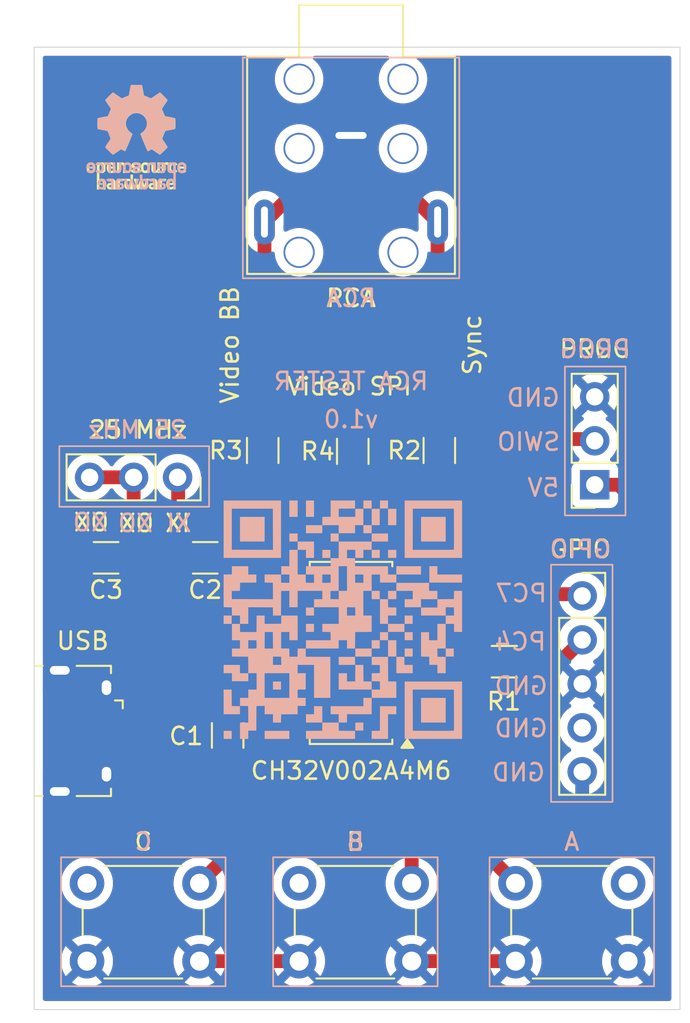
<source format=kicad_pcb>
(kicad_pcb (version 20241229) (generator "pcbnew") (generator_version "9.0")
  (layers (0 "F.Cu" signal) (2 "B.Cu" signal) (13 "F.Paste" user) (15 "B.Paste" user) (5 "F.SilkS" user "F.Silkscreen") (7 "B.SilkS" user "B.Silkscreen") (1 "F.Mask" user) (3 "B.Mask" user) (25 "Edge.Cuts" user))
  (net 0 "")
  (net 1 "GND")
  (net 2 "VCC")
  (net 3 "XI")
  (net 4 "XO")
  (net 5 "SWIO")
  (net 6 "BUZZER")
  (net 7 "LED")
  (net 10 "VIDEO_SPI")
  (net 12 "B")
  (net 13 "SYNC")
  (net 14 "A")
  (net 15 "C")
  (net 16 "VIDEO_BB")
  (net 17 "Net-(J2-Pad2)")
  (net 18 "Net-(J3-Pin_2)")
  (footprint "Capacitor_SMD:C_1206_3216Metric_Pad1.33x1.80mm_HandSolder" (layer "F.Cu") (at 51.65075 61.2 180)
    (property "Reference" "C3" (at 0 -1.85 0) (layer "F.SilkS"))
    (property "Value" "22p" (hide yes))
    (pad "1" smd roundrect (at -1.5625 0 180) (size 1.325 1.8) (layers "F.Cu" "F.Mask" "F.Paste") (roundrect_rratio 0.188679) (net 4 "XO"))
    (pad "2" smd roundrect (at 1.5625 0 180) (size 1.325 1.8) (layers "F.Cu" "F.Mask" "F.Paste") (roundrect_rratio 0.188679) (net 1 "GND"))
  )
  (footprint "Resistor_SMD:R_1206_3216Metric_Pad1.30x1.75mm_HandSolder" (layer "F.Cu") (at 74.65 67.2)
    (property "Reference" "R1" (at -0.02325 2.3 0) (layer "F.SilkS"))
    (property "Value" "470" (hide yes))
    (pad "1" smd roundrect (at -1.55 0) (size 1.3 1.75) (layers "F.Cu" "F.Mask" "F.Paste") (roundrect_rratio 0.192308) (net 6 "BUZZER"))
    (pad "2" smd roundrect (at 1.55 0) (size 1.3 1.75) (layers "F.Cu" "F.Mask" "F.Paste") (roundrect_rratio 0.192308) (net 18 "Net-(J3-Pin_2)"))
  )
  (footprint "Button_Switch_THT:SW_PUSH_6mm" (layer "F.Cu") (at 75.29825 80)
    (property "Reference" "SW3" (hide yes))
    (property "Value" "SW_Push" (hide yes))
    (pad "1" thru_hole circle (at 0 0 90) (size 2 2) (drill 1.1) (layers "*.Cu" "*.Mask") (net 14 "A"))
    (pad "1" thru_hole circle (at 6.5 0 90) (size 2 2) (drill 1.1) (layers "*.Cu" "*.Mask") (net 14 "A"))
    (pad "2" thru_hole circle (at 0 4.5 90) (size 2 2) (drill 1.1) (layers "*.Cu" "*.Mask") (net 1 "GND"))
    (pad "2" thru_hole circle (at 6.5 4.5 90) (size 2 2) (drill 1.1) (layers "*.Cu" "*.Mask") (net 1 "GND"))
  )
  (footprint "Resistor_SMD:R_1206_3216Metric_Pad1.30x1.75mm_HandSolder" (layer "F.Cu") (at 70.89825 55 90)
    (property "Reference" "R2" (at 0 -2.025 0) (layer "F.SilkS"))
    (property "Value" "330" (hide yes))
    (pad "1" smd roundrect (at -1.55 0 90) (size 1.3 1.75) (layers "F.Cu" "F.Mask" "F.Paste") (roundrect_rratio 0.192308) (net 13 "SYNC"))
    (pad "2" smd roundrect (at 1.55 0 90) (size 1.3 1.75) (layers "F.Cu" "F.Mask" "F.Paste") (roundrect_rratio 0.192308) (net 17 "Net-(J2-Pad2)"))
  )
  (footprint "Symbol:OSHW-Logo_5.7x6mm_SilkScreen" (layer "F.Cu") (at 53.4 36.9)
    (property "Reference" "REF**" (hide yes))
    (property "Value" "OSHW-Logo_5.7x6mm_SilkScreen" (hide yes))
  )
  (footprint "Package_SO:SOP-16_4.55x10.3mm_P1.27mm" (layer "F.Cu") (at 65.79825 66.695 180)
    (property "Reference" "IC1" (hide yes))
    (property "Value" "CH32V002A4M6" (hide yes))
    (pad "1" smd roundrect (at -3.25 -4.445 180) (size 1.6 0.6) (layers "F.Cu" "F.Mask" "F.Paste") (net 15 "C"))
    (pad "2" smd roundrect (at -3.25 -3.175 180) (size 1.6 0.6) (layers "F.Cu" "F.Mask" "F.Paste") (net 12 "B"))
    (pad "3" smd roundrect (at -3.25 -1.905 180) (size 1.6 0.6) (layers "F.Cu" "F.Mask" "F.Paste") (net 14 "A"))
    (pad "4" smd roundrect (at -3.25 -0.635 180) (size 1.6 0.6) (layers "F.Cu" "F.Mask" "F.Paste") (net 6 "BUZZER"))
    (pad "5" smd roundrect (at -3.25 0.635 180) (size 1.6 0.6) (layers "F.Cu" "F.Mask" "F.Paste") (net 10 "VIDEO_SPI"))
    (pad "6" smd roundrect (at -3.25 1.905 180) (size 1.6 0.6) (layers "F.Cu" "F.Mask" "F.Paste") (net 7 "LED"))
    (pad "7" smd roundrect (at -3.25 3.175 180) (size 1.6 0.6) (layers "F.Cu" "F.Mask" "F.Paste") (net 5 "SWIO"))
    (pad "8" smd roundrect (at -3.25 4.445 180) (size 1.6 0.6) (layers "F.Cu" "F.Mask" "F.Paste") (net 13 "SYNC"))
    (pad "9" smd roundrect (at 3.25 4.445 180) (size 1.6 0.6) (layers "F.Cu" "F.Mask" "F.Paste"))
    (pad "10" smd roundrect (at 3.25 3.175 180) (size 1.6 0.6) (layers "F.Cu" "F.Mask" "F.Paste") (net 16 "VIDEO_BB"))
    (pad "11" smd roundrect (at 3.25 1.905 180) (size 1.6 0.6) (layers "F.Cu" "F.Mask" "F.Paste"))
    (pad "12" smd roundrect (at 3.25 0.635 180) (size 1.6 0.6) (layers "F.Cu" "F.Mask" "F.Paste") (net 3 "XI"))
    (pad "13" smd roundrect (at 3.25 -0.635 180) (size 1.6 0.6) (layers "F.Cu" "F.Mask" "F.Paste") (net 4 "XO"))
    (pad "14" smd roundrect (at 3.25 -1.905 180) (size 1.6 0.6) (layers "F.Cu" "F.Mask" "F.Paste") (net 1 "GND"))
    (pad "15" smd roundrect (at 3.25 -3.175 180) (size 1.6 0.6) (layers "F.Cu" "F.Mask" "F.Paste") (net 2 "VCC"))
    (pad "16" smd roundrect (at 3.25 -4.445 180) (size 1.6 0.6) (layers "F.Cu" "F.Mask" "F.Paste"))
  )
  (footprint "Connector_PinSocket_2.54mm:PinSocket_1x03_P2.54mm_Vertical" (layer "F.Cu") (at 79.87325 56.98 180)
    (property "Reference" "J1" (hide yes))
    (property "Value" "PROG" (at 0 7.85 0) (layer "F.SilkS"))
    (pad "1" thru_hole rect (at 0 0 180) (size 1.7 1.7) (drill 1) (layers "*.Cu" "*.Mask") (net 2 "VCC"))
    (pad "2" thru_hole circle (at 0 2.54 180) (size 1.7 1.7) (drill 1) (layers "*.Cu" "*.Mask") (net 5 "SWIO"))
    (pad "3" thru_hole circle (at 0 5.08 180) (size 1.7 1.7) (drill 1) (layers "*.Cu" "*.Mask") (net 1 "GND"))
  )
  (footprint "Button_Switch_THT:SW_PUSH_6mm" (layer "F.Cu") (at 50.54825 80)
    (property "Reference" "SW1" (hide yes))
    (property "Value" "SW_Push" (hide yes))
    (pad "1" thru_hole circle (at 0 0 90) (size 2 2) (drill 1.1) (layers "*.Cu" "*.Mask") (net 15 "C"))
    (pad "1" thru_hole circle (at 6.5 0 90) (size 2 2) (drill 1.1) (layers "*.Cu" "*.Mask") (net 15 "C"))
    (pad "2" thru_hole circle (at 0 4.5 90) (size 2 2) (drill 1.1) (layers "*.Cu" "*.Mask") (net 1 "GND"))
    (pad "2" thru_hole circle (at 6.5 4.5 90) (size 2 2) (drill 1.1) (layers "*.Cu" "*.Mask") (net 1 "GND"))
  )
  (footprint "Connector_USB:USB_Micro-B_Amphenol_10118194_Horizontal" (layer "F.Cu") (at 50.27325 71.2 -90)
    (property "Reference" "J4" (hide yes))
    (property "Value" "USB Micro" (hide yes))
    (pad "1" smd roundrect (at -1.3 -1.4 270) (size 0.4 1.35) (layers "F.Cu" "F.Mask" "F.Paste") (net 2 "VCC") (clearance 0))
    (pad "2" smd roundrect (at -0.65 -1.4 270) (size 0.4 1.35) (layers "F.Cu" "F.Mask" "F.Paste") (clearance 0))
    (pad "3" smd roundrect (at 0 -1.4 270) (size 0.4 1.35) (layers "F.Cu" "F.Mask" "F.Paste"))
    (pad "4" smd roundrect (at 0.65 -1.4 270) (size 0.4 1.35) (layers "F.Cu" "F.Mask" "F.Paste"))
    (pad "5" smd roundrect (at 1.3 -1.4 270) (size 0.4 1.35) (layers "F.Cu" "F.Mask" "F.Paste") (net 1 "GND"))
    (pad "6" thru_hole oval (at -3.5 1.3 270) (size 0.89 1.55) (drill oval 0.5 1.15) (property pad_prop_heatsink) (layers "*.Cu" "*.Mask") (net 1 "GND"))
    (pad "6" smd roundrect (at -3.025 1.3 270) (size 1.45 1.55) (layers "F.Cu" "F.Mask" "F.Paste") (roundrect_rratio 0.1724137931) (net 1 "GND"))
    (pad "6" thru_hole oval (at -2.5 -1.4 270) (size 1.25 0.95) (drill oval 0.85 0.55) (property pad_prop_heatsink) (layers "*.Cu" "*.Mask") (net 1 "GND") (clearance 0.1))
    (pad "6" smd roundrect (at -1 1.3 270) (size 1.5 1.55) (layers "F.Cu" "F.Mask" "F.Paste") (roundrect_rratio 0.1666666667) (net 1 "GND"))
    (pad "6" smd roundrect (at 1 1.3 270) (size 1.5 1.55) (layers "F.Cu" "F.Mask" "F.Paste") (roundrect_rratio 0.1666666667) (net 1 "GND"))
    (pad "6" thru_hole oval (at 2.5 -1.4 270) (size 1.25 0.95) (drill oval 0.85 0.55) (property pad_prop_heatsink) (layers "*.Cu" "*.Mask") (net 1 "GND"))
    (pad "6" smd roundrect (at 3.025 1.3 270) (size 1.45 1.55) (layers "F.Cu" "F.Mask" "F.Paste") (roundrect_rratio 0.1724137931) (net 1 "GND"))
    (pad "6" thru_hole oval (at 3.5 1.3 270) (size 0.89 1.55) (drill oval 0.5 1.15) (property pad_prop_heatsink) (layers "*.Cu" "*.Mask") (net 1 "GND"))
  )
  (footprint "Resistor_SMD:R_1206_3216Metric_Pad1.30x1.75mm_HandSolder" (layer "F.Cu") (at 60.69825 55 90)
    (property "Reference" "R3" (at 0 -2.125 0) (layer "F.SilkS"))
    (property "Value" "680" (hide yes))
    (pad "1" smd roundrect (at -1.55 0 90) (size 1.3 1.75) (layers "F.Cu" "F.Mask" "F.Paste") (roundrect_rratio 0.192308) (net 16 "VIDEO_BB"))
    (pad "2" smd roundrect (at 1.55 0 90) (size 1.3 1.75) (layers "F.Cu" "F.Mask" "F.Paste") (roundrect_rratio 0.192308) (net 17 "Net-(J2-Pad2)"))
  )
  (footprint "Button_Switch_THT:SW_PUSH_6mm" (layer "F.Cu") (at 62.79825 80)
    (property "Reference" "SW2" (hide yes))
    (property "Value" "SW_Push" (hide yes))
    (pad "1" thru_hole circle (at 0 0 90) (size 2 2) (drill 1.1) (layers "*.Cu" "*.Mask") (net 12 "B"))
    (pad "1" thru_hole circle (at 6.5 0 90) (size 2 2) (drill 1.1) (layers "*.Cu" "*.Mask") (net 12 "B"))
    (pad "2" thru_hole circle (at 0 4.5 90) (size 2 2) (drill 1.1) (layers "*.Cu" "*.Mask") (net 1 "GND"))
    (pad "2" thru_hole circle (at 6.5 4.5 90) (size 2 2) (drill 1.1) (layers "*.Cu" "*.Mask") (net 1 "GND"))
  )
  (footprint "Connector_PinSocket_2.54mm:PinSocket_1x03_P2.54mm_Vertical" (layer "F.Cu") (at 55.78 56.55 -90)
    (property "Reference" "Q1" (hide yes))
    (property "Value" "25Mhz" (hide yes))
    (pad "1" thru_hole oval (at 0 0 270) (size 1.7 1.7) (drill 1) (layers "*.Cu" "*.Mask") (net 3 "XI"))
    (pad "2" thru_hole circle (at 0 2.54 270) (size 1.7 1.7) (drill 1) (layers "*.Cu" "*.Mask") (net 4 "XO"))
    (pad "2" thru_hole circle (at 0 5.08 270) (size 1.7 1.7) (drill 1) (layers "*.Cu" "*.Mask") (net 4 "XO"))
  )
  (footprint "Capacitor_SMD:C_1206_3216Metric_Pad1.33x1.80mm_HandSolder" (layer "F.Cu") (at 58.67325 71.4625 -90)
    (property "Reference" "C1" (at 0.0375 2.4 0) (layer "F.SilkS"))
    (property "Value" "100n" (hide yes))
    (pad "1" smd roundrect (at -1.5625 0 270) (size 1.325 1.8) (layers "F.Cu" "F.Mask" "F.Paste") (roundrect_rratio 0.188679) (net 2 "VCC"))
    (pad "2" smd roundrect (at 1.5625 0 270) (size 1.325 1.8) (layers "F.Cu" "F.Mask" "F.Paste") (roundrect_rratio 0.188679) (net 1 "GND"))
  )
  (footprint "Capacitor_SMD:C_1206_3216Metric_Pad1.33x1.80mm_HandSolder" (layer "F.Cu") (at 57.37575 61.2)
    (property "Reference" "C2" (at 0 1.85 0) (layer "F.SilkS"))
    (property "Value" "22p" (hide yes))
    (pad "1" smd roundrect (at -1.5625 0) (size 1.325 1.8) (layers "F.Cu" "F.Mask" "F.Paste") (roundrect_rratio 0.188679) (net 3 "XI"))
    (pad "2" smd roundrect (at 1.5625 0) (size 1.325 1.8) (layers "F.Cu" "F.Mask" "F.Paste") (roundrect_rratio 0.188679) (net 1 "GND"))
  )
  (footprint "rca:RS-162-DD" (layer "F.Cu") (at 65.79825 35.55 180)
    (property "Reference" "J2" (hide yes))
    (property "Value" "RS-162-DD" (hide yes))
    (pad "" np_thru_hole circle (at -3 -8 180) (size 1.8 1.8) (drill 1.6) (layers "*.Cu" "*.Mask"))
    (pad "" np_thru_hole circle (at -3 -2 180) (size 1.8 1.8) (drill 1.6) (layers "*.Cu" "*.Mask"))
    (pad "" np_thru_hole circle (at -3 2 180) (size 1.8 1.8) (drill 1.6) (layers "*.Cu" "*.Mask"))
    (pad "" np_thru_hole circle (at 3 -8 180) (size 1.8 1.8) (drill 1.6) (layers "*.Cu" "*.Mask"))
    (pad "" np_thru_hole circle (at 3 -2 180) (size 1.8 1.8) (drill 1.6) (layers "*.Cu" "*.Mask"))
    (pad "" np_thru_hole circle (at 3 2 180) (size 1.8 1.8) (drill 1.6) (layers "*.Cu" "*.Mask"))
    (pad "2" thru_hole oval (at 5 -6.25) (size 1.2 2.6) (drill oval 0.4 1.8) (layers "*.Cu" "*.Mask") (net 17 "Net-(J2-Pad2)"))
    (pad "3" thru_hole oval (at -5 -6.25 180) (size 1.2 2.6) (drill oval 0.4 1.8) (layers "*.Cu" "*.Mask") (net 17 "Net-(J2-Pad2)"))
    (pad "4" thru_hole oval (at 0 -1.25 180) (size 2.6 1.2) (drill oval 1.8 0.4) (layers "*.Cu" "*.Mask") (net 1 "GND"))
  )
  (footprint "Connector_PinSocket_2.54mm:PinSocket_1x05_P2.54mm_Vertical" (layer "F.Cu") (at 79.15 63.4)
    (property "Reference" "J3" (hide yes))
    (property "Value" "GPIO" (hide yes))
    (pad "1" thru_hole circle (at 0 0) (size 1.7 1.7) (drill 1) (layers "*.Cu" "*.Mask") (net 7 "LED"))
    (pad "2" thru_hole circle (at 0 2.54) (size 1.7 1.7) (drill 1) (layers "*.Cu" "*.Mask") (net 18 "Net-(J3-Pin_2)"))
    (pad "3" thru_hole circle (at 0 5.08) (size 1.7 1.7) (drill 1) (layers "*.Cu" "*.Mask") (net 1 "GND"))
    (pad "4" thru_hole circle (at 0 7.62) (size 1.7 1.7) (drill 1) (layers "*.Cu" "*.Mask"))
    (pad "5" thru_hole circle (at 0 10.16) (size 1.7 1.7) (drill 1) (layers "*.Cu" "*.Mask"))
  )
  (footprint "Resistor_SMD:R_1206_3216Metric_Pad1.30x1.75mm_HandSolder" (layer "F.Cu") (at 65.89825 55.05 90)
    (property "Reference" "R4" (at 0 -2.025 0) (layer "F.SilkS"))
    (property "Value" "680" (hide yes))
    (pad "1" smd roundrect (at -1.55 0 90) (size 1.3 1.75) (layers "F.Cu" "F.Mask" "F.Paste") (roundrect_rratio 0.192308) (net 10 "VIDEO_SPI"))
    (pad "2" smd roundrect (at 1.55 0 90) (size 1.3 1.75) (layers "F.Cu" "F.Mask" "F.Paste") (roundrect_rratio 0.192308) (net 17 "Net-(J2-Pad2)"))
  )
  (footprint "Symbol:OSHW-Logo_5.7x6mm_SilkScreen" (layer "B.Cu") (at 53.4 36.9 180)
    (property "Reference" "REF**" (hide yes))
    (property "Value" "OSHW-Logo_5.7x6mm_SilkScreen" (hide yes))
  )
  (footprint "LOGO" (layer "B.Cu") (at 65.4 64.7 180)
    (property "Reference" "G***" (hide yes))
    (property "Value" "LOGO" (hide yes))
  )
  (gr_rect (start 59.55 32.3) (end 72.05 45.05) (stroke (width 0.1)) (fill no) (layer "B.SilkS"))
  (gr_rect (start 61.3 78.5) (end 70.8 85.95) (stroke (width 0.1)) (fill no) (layer "B.SilkS"))
  (gr_rect (start 73.8 78.5) (end 83.3 85.95) (stroke (width 0.1)) (fill no) (layer "B.SilkS"))
  (gr_rect (start 49.05 78.5) (end 58.55 85.95) (stroke (width 0.1)) (fill no) (layer "B.SilkS"))
  (gr_rect (start 48.95 54.75) (end 57.6 58.25) (stroke (width 0.1)) (fill no) (layer "B.SilkS"))
  (gr_rect (start 77.35 61.6) (end 80.9 75.3) (stroke (width 0.1)) (fill no) (layer "B.SilkS"))
  (gr_rect (start 78.15 50.15) (end 81.65 58.75) (stroke (width 0.1)) (fill no) (layer "B.SilkS"))
  (gr_rect (start 47.49825 31.7) (end 84.79825 87.3) (stroke (width 0.05)) (fill no) (layer "Edge.Cuts"))
  (gr_text "A" (at 78.55 77.6 0) (layer "F.SilkS") (effects (font (size 1 1)) (justify mirror)))
  (gr_text "C" (at 53.8 77.6 0) (layer "F.SilkS") (effects (font (size 1 1))))
  (gr_text "Video BB" (at 58.8 48.9 90) (layer "F.SilkS") (effects (font (size 1 1))))
  (gr_text "USB" (at 50.3 66 0) (layer "F.SilkS") (effects (font (size 1 1))))
  (gr_text "RCA" (at 65.8 46.2 0) (layer "F.SilkS") (effects (font (size 1 1))))
  (gr_text "CH32V002A4M6" (at 65.8 73.5 0) (layer "F.SilkS") (effects (font (size 1 1))))
  (gr_text "B" (at 66.05 77.6 0) (layer "F.SilkS") (effects (font (size 1 1))))
  (gr_text "XO" (at 51.9 59.15 0) (layer "F.SilkS") (effects (font (size 1 1)) (justify right)))
  (gr_text "25 MHz" (at 53.5 53.8 0) (layer "F.SilkS") (effects (font (size 1 1))))
  (gr_text "XI" (at 56.6 59.2 0) (layer "F.SilkS") (effects (font (size 1 1)) (justify right)))
  (gr_text "Video SPI" (at 65.7 51.3 0) (layer "F.SilkS") (effects (font (size 1 1))))
  (gr_text "Sync" (at 72.8 48.9 90) (layer "F.SilkS") (effects (font (size 1 1))))
  (gr_text "XO" (at 54.5 59.2 0) (layer "F.SilkS") (effects (font (size 1 1)) (justify right)))
  (gr_text "GPIO" (at 79.05 60.7 0) (layer "F.SilkS") (effects (font (size 1 1))))
  (gr_text "GND" (at 74.7 51.95 0) (layer "B.SilkS") (effects (font (size 1 1)) (justify right mirror)))
  (gr_text "A" (at 78.55 77.6 0) (layer "B.SilkS") (effects (font (size 1 1))))
  (gr_text "GND" (at 73.85 73.6 0) (layer "B.SilkS") (effects (font (size 1 1)) (justify right mirror)))
  (gr_text "v1.0" (at 65.8 53.2 0) (layer "B.SilkS") (effects (font (size 1 1)) (justify mirror)))
  (gr_text "PC4" (at 74 66.05 0) (layer "B.SilkS") (effects (font (size 1 1)) (justify right mirror)))
  (gr_text "RCA TESTER" (at 65.8 51 0) (layer "B.SilkS") (effects (font (size 1 1)) (justify mirror)))
  (gr_text "GND" (at 74 71.05 0) (layer "B.SilkS") (effects (font (size 1 1)) (justify right mirror)))
  (gr_text "XO" (at 52.25 59.2 0) (layer "B.SilkS") (effects (font (size 1 1)) (justify right mirror)))
  (gr_text "GND" (at 74 68.6 0) (layer "B.SilkS") (effects (font (size 1 1)) (justify right mirror)))
  (gr_text "GPIO" (at 79.05 60.7 0) (layer "B.SilkS") (effects (font (size 1 1)) (justify mirror)))
  (gr_text "25 MHz" (at 53.45 53.8 0) (layer "B.SilkS") (effects (font (size 1 1)) (justify mirror)))
  (gr_text "C" (at 53.8 77.6 0) (layer "B.SilkS") (effects (font (size 1 1)) (justify mirror)))
  (gr_text "PROG" (at 79.9 49.15 0) (layer "B.SilkS") (effects (font (size 1 1)) (justify mirror)))
  (gr_text "PC7" (at 74.05 63.25 0) (layer "B.SilkS") (effects (font (size 1 1)) (justify right mirror)))
  (gr_text "XI" (at 55.05 59.2 0) (layer "B.SilkS") (effects (font (size 1 1)) (justify right mirror)))
  (gr_text "XO" (at 49.65 59.15 0) (layer "B.SilkS") (effects (font (size 1 1)) (justify right mirror)))
  (gr_text "RCA" (at 65.8 46.2 0) (layer "B.SilkS") (effects (font (size 1 1)) (justify mirror)))
  (gr_text "5V" (at 75.9 57.15 0) (layer "B.SilkS") (effects (font (size 1 1)) (justify right mirror)))
  (gr_text "SWIO" (at 74.15 54.5 0) (layer "B.SilkS") (effects (font (size 1 1)) (justify right mirror)))
  (gr_text "B" (at 66.05 77.6 0) (layer "B.SilkS") (effects (font (size 1 1)) (justify mirror)))
  (segment (start 62.79825 84.5) (end 57.04825 84.5) (width 0.8) (layer "F.Cu") (net 1))
  (segment (start 62.54825 68.6) (end 60.97325 68.6) (width 0.8) (layer "F.Cu") (net 1))
  (segment (start 75.29825 84.5) (end 69.29825 84.5) (width 0.8) (layer "F.Cu") (net 1))
  (segment (start 62.54825 68.6) (end 65.17325 68.6) (width 0.8) (layer "F.Cu") (net 1))
  (segment (start 51.67325 72.5) (end 51.67325 73.7) (width 0.4) (layer "F.Cu") (net 1))
  (segment (start 79.15 81.85175) (end 81.79825 84.5) (width 0.8) (layer "B.Cu") (net 1))
  (segment (start 79.15 73.56) (end 79.15 81.85175) (width 0.8) (layer "B.Cu") (net 1))
  (segment (start 58.67325 69.9) (end 52.286365 69.9) (width 0.5) (layer "F.Cu") (net 2))
  (segment (start 81.25325 56.98) (end 79.87325 56.98) (width 0.8) (layer "F.Cu") (net 2))
  (segment (start 58.67325 69.9) (end 62.54725 69.9) (width 0.8) (layer "F.Cu") (net 2))
  (segment (start 58.62325 69.9) (end 53.72325 74.8) (width 0.8) (layer "F.Cu") (net 2))
  (segment (start 53.72325 81.35) (end 54.67325 82.3) (width 0.8) (layer "F.Cu") (net 2))
  (segment (start 58.67325 69.9) (end 58.62325 69.9) (width 0.8) (layer "F.Cu") (net 2))
  (segment (start 82.57325 58.3) (end 81.25325 56.98) (width 0.8) (layer "F.Cu") (net 2))
  (segment (start 82.57325 75.9) (end 82.57325 58.3) (width 0.8) (layer "F.Cu") (net 2))
  (segment (start 54.67325 82.3) (end 76.17325 82.3) (width 0.8) (layer "F.Cu") (net 2))
  (segment (start 62.54725 69.9) (end 62.54825 69.901) (width 0.8) (layer "F.Cu") (net 2))
  (segment (start 58.70325 69.87) (end 58.67325 69.9) (width 0.8) (layer "F.Cu") (net 2))
  (segment (start 76.17325 82.3) (end 82.57325 75.9) (width 0.8) (layer "F.Cu") (net 2))
  (segment (start 53.72325 74.8) (end 53.72325 81.35) (width 0.8) (layer "F.Cu") (net 2))
  (segment (start 55.81325 63.94) (end 55.81325 61.2) (width 0.8) (layer "F.Cu") (net 3))
  (segment (start 57.87125 65.998) (end 55.81325 63.94) (width 0.8) (layer "F.Cu") (net 3))
  (segment (start 62.54825 65.998) (end 57.87125 65.998) (width 0.8) (layer "F.Cu") (net 3))
  (segment (start 55.81325 56.7) (end 55.81325 61.2) (width 0.8) (layer "F.Cu") (net 3))
  (segment (start 53.21325 61.2) (end 53.21325 63.49) (width 0.8) (layer "F.Cu") (net 4))
  (segment (start 50.7 56.55) (end 53.24 56.55) (width 0.8) (layer "F.Cu") (net 4))
  (segment (start 53.21325 60.26325) (end 53.24 60.2365) (width 0.8) (layer "F.Cu") (net 4))
  (segment (start 53.21325 61.2) (end 53.21325 60.26325) (width 0.8) (layer "F.Cu") (net 4))
  (segment (start 53.24 60.2365) (end 53.24 56.55) (width 0.8) (layer "F.Cu") (net 4))
  (segment (start 53.21325 63.49) (end 57.02225 67.299) (width 0.8) (layer "F.Cu") (net 4))
  (segment (start 57.02225 67.299) (end 62.54825 67.299) (width 0.8) (layer "F.Cu") (net 4))
  (segment (start 53.24 56.55) (end 53.27325 56.58325) (width 0.8) (layer "F.Cu") (net 4))
  (segment (start 53.27325 61.14) (end 53.21325 61.2) (width 0.8) (layer "F.Cu") (net 4))
  (segment (start 79.87325 54.44) (end 79.77325 54.34) (width 0.8) (layer "F.Cu") (net 5))
  (segment (start 79.77325 54.34) (end 77.33325 54.34) (width 0.8) (layer "F.Cu") (net 5))
  (segment (start 77.33325 54.34) (end 74.97325 56.7) (width 0.8) (layer "F.Cu") (net 5))
  (segment (start 74.97325 56.7) (end 74.97325 60.8) (width 0.8) (layer "F.Cu") (net 5))
  (segment (start 74.97325 60.8) (end 72.22225 63.551) (width 0.8) (layer "F.Cu") (net 5))
  (segment (start 72.22225 63.551) (end 69.04825 63.551) (width 0.8) (layer "F.Cu") (net 5))
  (segment (start 73.1 67.2) (end 73.001 67.299) (width 0.8) (layer "F.Cu") (net 6))
  (segment (start 73.001 67.299) (end 69.649142 67.299) (width 0.8) (layer "F.Cu") (net 6))
  (segment (start 79.15 63.4) (end 79.05 63.3) (width 0.8) (layer "F.Cu") (net 7))
  (segment (start 74.9 63.3) (end 73.348 64.852) (width 0.8) (layer "F.Cu") (net 7))
  (segment (start 79.05 63.3) (end 74.9 63.3) (width 0.8) (layer "F.Cu") (net 7))
  (segment (start 73.348 64.852) (end 69.680142 64.852) (width 0.8) (layer "F.Cu") (net 7))
  (segment (start 68.027754 66.06) (end 69.04825 66.06) (width 0.8) (layer "F.Cu") (net 10))
  (segment (start 66.77325 64.805496) (end 68.027754 66.06) (width 0.8) (layer "F.Cu") (net 10))
  (segment (start 65.89825 56.6) (end 66.77325 57.475) (width 0.8) (layer "F.Cu") (net 10))
  (segment (start 66.77325 57.475) (end 66.77325 64.805496) (width 0.8) (layer "F.Cu") (net 10))
  (segment (start 69.3 79.99825) (end 69.3 78.05) (width 0.8) (layer "F.Cu") (net 12))
  (segment (start 71.15 70.8) (end 70.251 69.901) (width 0.8) (layer "F.Cu") (net 12))
  (segment (start 71.15 76.2) (end 71.15 70.8) (width 0.8) (layer "F.Cu") (net 12))
  (segment (start 69.29825 80) (end 69.3 79.99825) (width 0.8) (layer "F.Cu") (net 12))
  (segment (start 70.251 69.901) (end 69.04825 69.901) (width 0.8) (layer "F.Cu") (net 12))
  (segment (start 69.3 78.05) (end 71.15 76.2) (width 0.8) (layer "F.Cu") (net 12))
  (segment (start 70.89825 61.375) (end 70.02325 62.25) (width 0.8) (layer "F.Cu") (net 13))
  (segment (start 70.02325 62.25) (end 69.04825 62.25) (width 0.8) (layer "F.Cu") (net 13))
  (segment (start 70.89825 56.55) (end 70.89825 61.375) (width 0.8) (layer "F.Cu") (net 13))
  (segment (start 73.05 77.75175) (end 73.05 70.25) (width 0.8) (layer "F.Cu") (net 14))
  (segment (start 73.05 70.25) (end 71.4 68.6) (width 0.8) (layer "F.Cu") (net 14))
  (segment (start 71.4 68.6) (end 69.04825 68.6) (width 0.8) (layer "F.Cu") (net 14))
  (segment (start 75.29825 80) (end 73.05 77.75175) (width 0.8) (layer "F.Cu") (net 14))
  (segment (start 66.8 77.6) (end 69.05 75.35) (width 0.8) (layer "F.Cu") (net 15))
  (segment (start 69.05 75.35) (end 69.05 71.5) (width 0.8) (layer "F.Cu") (net 15))
  (segment (start 59.44825 77.6) (end 66.8 77.6) (width 0.8) (layer "F.Cu") (net 15))
  (segment (start 57.04825 80) (end 59.44825 77.6) (width 0.8) (layer "F.Cu") (net 15))
  (segment (start 60.69825 56.55) (end 62.02325 56.55) (width 0.8) (layer "F.Cu") (net 16))
  (segment (start 64.97325 59.5) (end 64.97325 62.7) (width 0.8) (layer "F.Cu") (net 16))
  (segment (start 64.15325 63.52) (end 62.54825 63.52) (width 0.8) (layer "F.Cu") (net 16))
  (segment (start 62.02325 56.55) (end 64.97325 59.5) (width 0.8) (layer "F.Cu") (net 16))
  (segment (start 64.97325 62.7) (end 64.15325 63.52) (width 0.8) (layer "F.Cu") (net 16))
  (segment (start 60.74825 53.5) (end 60.69825 53.45) (width 0.8) (layer "F.Cu") (net 17))
  (segment (start 60.79825 53.35) (end 60.69825 53.45) (width 0.8) (layer "F.Cu") (net 17))
  (segment (start 70.79825 41.25) (end 70.79825 53.35) (width 0.8) (layer "F.Cu") (net 17))
  (segment (start 70.79825 53.35) (end 70.89825 53.45) (width 0.8) (layer "F.Cu") (net 17))
  (segment (start 65.89825 53.5) (end 60.74825 53.5) (width 0.8) (layer "F.Cu") (net 17))
  (segment (start 60.79825 41.8) (end 62.54825 40.05) (width 0.8) (layer "F.Cu") (net 17))
  (segment (start 62.54825 40.05) (end 69.04825 40.05) (width 0.8) (layer "F.Cu") (net 17))
  (segment (start 69.04825 40.05) (end 70.79825 41.8) (width 0.8) (layer "F.Cu") (net 17))
  (segment (start 60.79825 41.25) (end 60.79825 53.35) (width 0.8) (layer "F.Cu") (net 17))
  (segment (start 77.89 67.2) (end 76.2 67.2) (width 0.8) (layer "F.Cu") (net 18))
  (segment (start 79.15 65.94) (end 77.89 67.2) (width 0.8) (layer "F.Cu") (net 18))
  (zone (net 0) (net_name "") (layer "F.Cu") (name "Ag") (connect_pads (clearance 0)) (min_thickness 0.25)
    (keepout (tracks allowed) (vias allowed) (pads allowed) (copperpour not_allowed) (footprints allowed))
    (fill (thermal_gap 0.5) (thermal_bridge_width 0.5))
    (polygon (pts (xy 52.87325 70.6) (xy 52.87325 72.3) (xy 52.42325 72.25) (xy 52.37325 70.6)))
  )
  (zone (net 0) (net_name "") (layer "F.Cu") (connect_pads (clearance 0)) (min_thickness 0.25)
    (keepout (tracks allowed) (vias allowed) (pads allowed) (copperpour not_allowed) (footprints allowed))
    (fill (thermal_gap 0.5) (thermal_bridge_width 0.5))
    (polygon (pts (xy 51.05 68.95) (xy 52.5 69.2) (xy 51.75 69.65) (xy 51 69.6)))
  )
  (zone (net 0) (net_name "") (layer "F.Cu") (name "A") (connect_pads (clearance 0)) (min_thickness 0.25)
    (keepout (tracks allowed) (vias allowed) (pads allowed) (copperpour not_allowed) (footprints allowed))
    (fill (thermal_gap 0.5) (thermal_bridge_width 0.5))
    (polygon (pts (xy 51.17325 66.8) (xy 51.17325 75.65) (xy 49.52325 75.65) (xy 49.47325 66.8) (xy 50.62325 66.8)))
  )
  (zone (net 1) (net_name "GND") (layers "F.Cu" "B.Cu") (connect_pads (clearance 0.5)) (min_thickness 0.25) (fill yes (thermal_gap 0.5) (thermal_bridge_width 0.5))
    (polygon (pts (xy 46.99825 30.8) (xy 85.39825 31.3) (xy 85.29825 88.1) (xy 46.89825 87.9)))
  )
)
</source>
